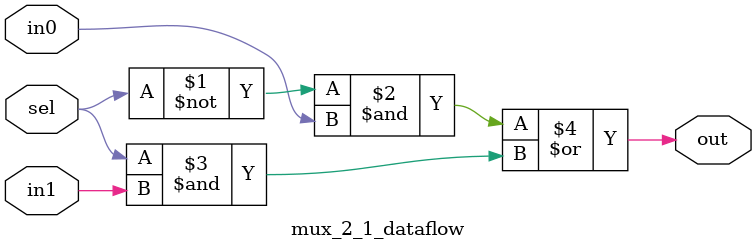
<source format=v>
module mux_2_1_dataflow(out,in0,in1,sel);
output out;
input in0,in1;
input sel;
assign out = (~sel&in0)| (sel&in1);
endmodule

</source>
